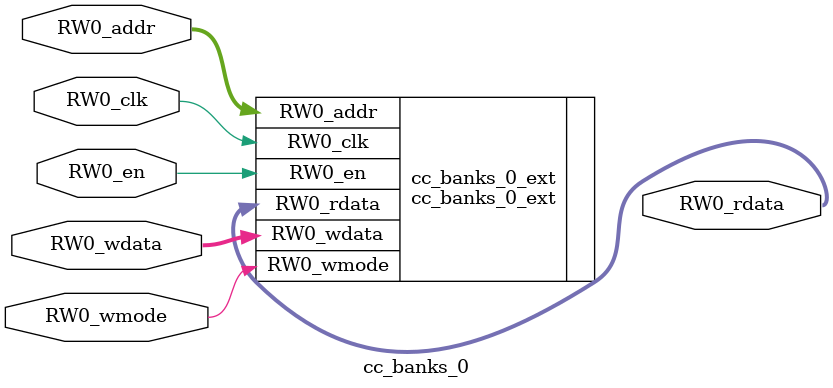
<source format=sv>
`ifndef RANDOMIZE
  `ifdef RANDOMIZE_REG_INIT
    `define RANDOMIZE
  `endif // RANDOMIZE_REG_INIT
`endif // not def RANDOMIZE
`ifndef RANDOMIZE
  `ifdef RANDOMIZE_MEM_INIT
    `define RANDOMIZE
  `endif // RANDOMIZE_MEM_INIT
`endif // not def RANDOMIZE

`ifndef RANDOM
  `define RANDOM $random
`endif // not def RANDOM

// Users can define 'PRINTF_COND' to add an extra gate to prints.
`ifndef PRINTF_COND_
  `ifdef PRINTF_COND
    `define PRINTF_COND_ (`PRINTF_COND)
  `else  // PRINTF_COND
    `define PRINTF_COND_ 1
  `endif // PRINTF_COND
`endif // not def PRINTF_COND_

// Users can define INIT_RANDOM as general code that gets injected into the
// initializer block for modules with registers.
`ifndef INIT_RANDOM
  `define INIT_RANDOM
`endif // not def INIT_RANDOM

// If using random initialization, you can also define RANDOMIZE_DELAY to
// customize the delay used, otherwise 0.002 is used.
`ifndef RANDOMIZE_DELAY
  `define RANDOMIZE_DELAY 0.002
`endif // not def RANDOMIZE_DELAY

// Define INIT_RANDOM_PROLOG_ for use in our modules below.
`ifndef INIT_RANDOM_PROLOG_
  `ifdef RANDOMIZE
    `ifdef VERILATOR
      `define INIT_RANDOM_PROLOG_ `INIT_RANDOM
    `else  // VERILATOR
      `define INIT_RANDOM_PROLOG_ `INIT_RANDOM #`RANDOMIZE_DELAY begin end
    `endif // VERILATOR
  `else  // RANDOMIZE
    `define INIT_RANDOM_PROLOG_
  `endif // RANDOMIZE
`endif // not def INIT_RANDOM_PROLOG_

// Include register initializers in init blocks unless synthesis is set
`ifndef SYNTHESIS
  `ifndef ENABLE_INITIAL_REG_
    `define ENABLE_INITIAL_REG_
  `endif // not def ENABLE_INITIAL_REG_
`endif // not def SYNTHESIS

// Include rmemory initializers in init blocks unless synthesis is set
`ifndef SYNTHESIS
  `ifndef ENABLE_INITIAL_MEM_
    `define ENABLE_INITIAL_MEM_
  `endif // not def ENABLE_INITIAL_MEM_
`endif // not def SYNTHESIS

module cc_banks_0(
  input  [12:0] RW0_addr,
  input         RW0_en,
                RW0_clk,
                RW0_wmode,
  input  [63:0] RW0_wdata,
  output [63:0] RW0_rdata
);

  cc_banks_0_ext cc_banks_0_ext (
    .RW0_addr  (RW0_addr),
    .RW0_en    (RW0_en),
    .RW0_clk   (RW0_clk),
    .RW0_wmode (RW0_wmode),
    .RW0_wdata (RW0_wdata),
    .RW0_rdata (RW0_rdata)
  );
endmodule


</source>
